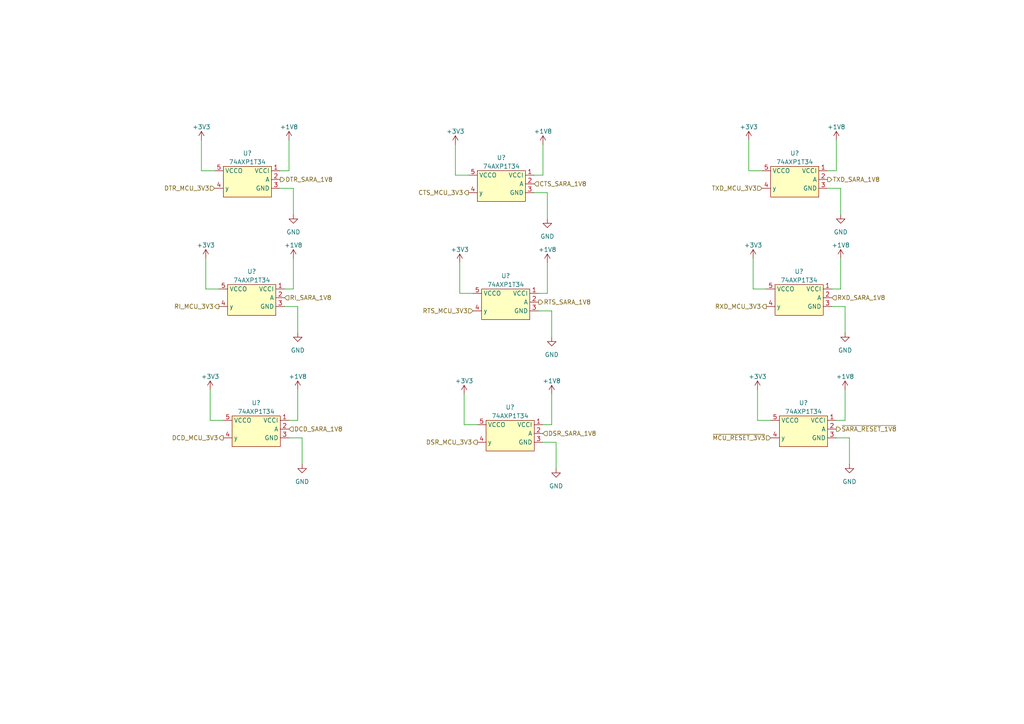
<source format=kicad_sch>
(kicad_sch (version 20210126) (generator eeschema)
  (paper "A4")
  (lib_symbols
    (symbol "Halfgelijders:74AXP1T34"
      (property "Reference" "U" (at 5.08 -5.08 0))
      (property "Value" "74AXP1T34" (at 7.62 -2.54 0))
      (symbol "74AXP1T34_0_1"
        (rectangle (start 0 1.27) (end 13.97 -7.62) (stroke (width 0.1524)) (fill (type background)))
      )
      (symbol "74AXP1T34_1_1"
        (pin input line (at -2.54 0 0) (length 2.54) (name "VCCI") (number "1"))
        (pin input line (at -2.54 -2.54 0) (length 2.54) (name "A") (number "2"))
        (pin input line (at -2.54 -5.08 0) (length 2.54) (name "GND") (number "3"))
        (pin input line (at 16.51 -5.08 180) (length 2.54) (name "y") (number "4"))
        (pin input line (at 16.51 0 180) (length 2.54) (name "VCCO") (number "5"))
      )
    )
    (symbol "power:+1V8" (power) (pin_names (offset 0))
      (property "Value" "+1V8" (at 0 3.556 0))
      (symbol "+1V8_0_1"
        (polyline (pts (xy -0.762 1.27) (xy 0 2.54)))
        (polyline (pts (xy 0 0) (xy 0 2.54)))
        (polyline (pts (xy 0 2.54) (xy 0.762 1.27)))
      )
      (symbol "+1V8_1_1"
        (pin power_in line (at 0 0 90) (length 0) hide (name "+1V8") (number "1"))
      )
    )
    (symbol "power:+3V3" (power) (pin_names (offset 0))
      (property "Value" "+3V3" (at 0 3.556 0))
      (symbol "+3V3_0_1"
        (polyline (pts (xy -0.762 1.27) (xy 0 2.54)))
        (polyline (pts (xy 0 0) (xy 0 2.54)))
        (polyline (pts (xy 0 2.54) (xy 0.762 1.27)))
      )
      (symbol "+3V3_1_1"
        (pin power_in line (at 0 0 90) (length 0) hide (name "+3V3") (number "1"))
      )
    )
    (symbol "power:GND" (power) (pin_names (offset 0))
      (property "Value" "GND" (at 0 -3.81 0))
      (symbol "GND_0_1"
        (polyline (pts (xy 0 0) (xy 0 -1.27) (xy 1.27 -1.27) (xy 0 -2.54) (xy -1.27 -1.27) (xy 0 -1.27)))
      )
      (symbol "GND_1_1"
        (pin power_in line (at 0 0 270) (length 0) hide (name "GND") (number "1"))
      )
    )
  )
  (wire (pts (xy 58.42 40.64) (xy 58.42 49.53)))
  (wire (pts (xy 59.69 74.93) (xy 59.69 83.82)))
  (wire (pts (xy 60.96 113.03) (xy 60.96 121.92)))
  (wire (pts (xy 62.23 49.53) (xy 58.42 49.53)))
  (wire (pts (xy 63.5 83.82) (xy 59.69 83.82)))
  (wire (pts (xy 64.77 121.92) (xy 60.96 121.92)))
  (wire (pts (xy 81.28 49.53) (xy 83.82 49.53)))
  (wire (pts (xy 82.55 83.82) (xy 85.09 83.82)))
  (wire (pts (xy 83.82 40.64) (xy 83.82 49.53)))
  (wire (pts (xy 83.82 121.92) (xy 86.36 121.92)))
  (wire (pts (xy 85.09 54.61) (xy 81.28 54.61)))
  (wire (pts (xy 85.09 54.61) (xy 85.09 62.23)))
  (wire (pts (xy 85.09 74.93) (xy 85.09 83.82)))
  (wire (pts (xy 86.36 88.9) (xy 82.55 88.9)))
  (wire (pts (xy 86.36 88.9) (xy 86.36 96.52)))
  (wire (pts (xy 86.36 113.03) (xy 86.36 121.92)))
  (wire (pts (xy 87.63 127) (xy 83.82 127)))
  (wire (pts (xy 87.63 127) (xy 87.63 134.62)))
  (wire (pts (xy 132.08 41.91) (xy 132.08 50.8)))
  (wire (pts (xy 133.35 76.2) (xy 133.35 85.09)))
  (wire (pts (xy 134.62 114.3) (xy 134.62 123.19)))
  (wire (pts (xy 135.89 50.8) (xy 132.08 50.8)))
  (wire (pts (xy 137.16 85.09) (xy 133.35 85.09)))
  (wire (pts (xy 138.43 123.19) (xy 134.62 123.19)))
  (wire (pts (xy 154.94 50.8) (xy 157.48 50.8)))
  (wire (pts (xy 156.21 85.09) (xy 158.75 85.09)))
  (wire (pts (xy 157.48 41.91) (xy 157.48 50.8)))
  (wire (pts (xy 157.48 123.19) (xy 160.02 123.19)))
  (wire (pts (xy 158.75 55.88) (xy 154.94 55.88)))
  (wire (pts (xy 158.75 55.88) (xy 158.75 63.5)))
  (wire (pts (xy 158.75 76.2) (xy 158.75 85.09)))
  (wire (pts (xy 160.02 90.17) (xy 156.21 90.17)))
  (wire (pts (xy 160.02 90.17) (xy 160.02 97.79)))
  (wire (pts (xy 160.02 114.3) (xy 160.02 123.19)))
  (wire (pts (xy 161.29 128.27) (xy 157.48 128.27)))
  (wire (pts (xy 161.29 128.27) (xy 161.29 135.89)))
  (wire (pts (xy 217.17 40.64) (xy 217.17 49.53)))
  (wire (pts (xy 218.44 74.93) (xy 218.44 83.82)))
  (wire (pts (xy 219.71 113.03) (xy 219.71 121.92)))
  (wire (pts (xy 220.98 49.53) (xy 217.17 49.53)))
  (wire (pts (xy 222.25 83.82) (xy 218.44 83.82)))
  (wire (pts (xy 223.52 121.92) (xy 219.71 121.92)))
  (wire (pts (xy 240.03 49.53) (xy 242.57 49.53)))
  (wire (pts (xy 241.3 83.82) (xy 243.84 83.82)))
  (wire (pts (xy 242.57 40.64) (xy 242.57 49.53)))
  (wire (pts (xy 242.57 121.92) (xy 245.11 121.92)))
  (wire (pts (xy 243.84 54.61) (xy 240.03 54.61)))
  (wire (pts (xy 243.84 54.61) (xy 243.84 62.23)))
  (wire (pts (xy 243.84 74.93) (xy 243.84 83.82)))
  (wire (pts (xy 245.11 88.9) (xy 241.3 88.9)))
  (wire (pts (xy 245.11 88.9) (xy 245.11 96.52)))
  (wire (pts (xy 245.11 113.03) (xy 245.11 121.92)))
  (wire (pts (xy 246.38 127) (xy 242.57 127)))
  (wire (pts (xy 246.38 127) (xy 246.38 134.62)))
  (hierarchical_label "DTR_MCU_3V3" (shape input) (at 62.23 54.61 180))
  (hierarchical_label "RI_MCU_3V3" (shape output) (at 63.5 88.9 180))
  (hierarchical_label "DCD_MCU_3V3" (shape output) (at 64.77 127 180))
  (hierarchical_label "DTR_SARA_1V8" (shape output) (at 81.28 52.07 0))
  (hierarchical_label "RI_SARA_1V8" (shape input) (at 82.55 86.36 0))
  (hierarchical_label "DCD_SARA_1V8" (shape input) (at 83.82 124.46 0))
  (hierarchical_label "CTS_MCU_3V3" (shape output) (at 135.89 55.88 180))
  (hierarchical_label "RTS_MCU_3V3" (shape input) (at 137.16 90.17 180))
  (hierarchical_label "DSR_MCU_3V3" (shape output) (at 138.43 128.27 180))
  (hierarchical_label "CTS_SARA_1V8" (shape input) (at 154.94 53.34 0))
  (hierarchical_label "RTS_SARA_1V8" (shape output) (at 156.21 87.63 0))
  (hierarchical_label "DSR_SARA_1V8" (shape input) (at 157.48 125.73 0))
  (hierarchical_label "TXD_MCU_3V3" (shape input) (at 220.98 54.61 180))
  (hierarchical_label "RXD_MCU_3V3" (shape output) (at 222.25 88.9 180))
  (hierarchical_label "~MCU_RESET_3V3" (shape input) (at 223.52 127 180))
  (hierarchical_label "TXD_SARA_1V8" (shape output) (at 240.03 52.07 0))
  (hierarchical_label "RXD_SARA_1V8" (shape input) (at 241.3 86.36 0))
  (hierarchical_label "~SARA_RESET_1V8" (shape output) (at 242.57 124.46 0))
  (symbol (lib_id "power:+3V3") (at 58.42 40.64 0) (unit 1)
    (property "Reference" "#PWR?" (effects hide))
    (property "Value" "+3V3" (at 58.42 36.83 0))
  )
  (symbol (lib_id "power:+3V3") (at 59.69 74.93 0) (unit 1)
    (property "Reference" "#PWR?" (effects hide))
    (property "Value" "+3V3" (at 59.69 71.12 0))
  )
  (symbol (lib_id "power:+3V3") (at 60.96 113.03 0) (unit 1)
    (property "Reference" "#PWR?" (effects hide))
    (property "Value" "+3V3" (at 60.96 109.22 0))
  )
  (symbol (lib_id "power:+1V8") (at 83.82 40.64 0) (unit 1)
    (property "Reference" "#PWR?" (effects hide))
    (property "Value" "+1V8" (at 83.82 36.83 0))
  )
  (symbol (lib_id "power:+1V8") (at 85.09 74.93 0) (unit 1)
    (property "Reference" "#PWR?" (effects hide))
    (property "Value" "+1V8" (at 85.09 71.12 0))
  )
  (symbol (lib_id "power:+1V8") (at 86.36 113.03 0) (unit 1)
    (property "Reference" "#PWR?" (effects hide))
    (property "Value" "+1V8" (at 86.36 109.22 0))
  )
  (symbol (lib_id "power:+3V3") (at 132.08 41.91 0) (unit 1)
    (property "Reference" "#PWR?" (effects hide))
    (property "Value" "+3V3" (at 132.08 38.1 0))
  )
  (symbol (lib_id "power:+3V3") (at 133.35 76.2 0) (unit 1)
    (property "Reference" "#PWR?" (effects hide))
    (property "Value" "+3V3" (at 133.35 72.39 0))
  )
  (symbol (lib_id "power:+3V3") (at 134.62 114.3 0) (unit 1)
    (property "Reference" "#PWR?" (effects hide))
    (property "Value" "+3V3" (at 134.62 110.49 0))
  )
  (symbol (lib_id "power:+1V8") (at 157.48 41.91 0) (unit 1)
    (property "Reference" "#PWR?" (effects hide))
    (property "Value" "+1V8" (at 157.48 38.1 0))
  )
  (symbol (lib_id "power:+1V8") (at 158.75 76.2 0) (unit 1)
    (property "Reference" "#PWR?" (effects hide))
    (property "Value" "+1V8" (at 158.75 72.39 0))
  )
  (symbol (lib_id "power:+1V8") (at 160.02 114.3 0) (unit 1)
    (property "Reference" "#PWR?" (effects hide))
    (property "Value" "+1V8" (at 160.02 110.49 0))
  )
  (symbol (lib_id "power:+3V3") (at 217.17 40.64 0) (unit 1)
    (property "Reference" "#PWR?" (effects hide))
    (property "Value" "+3V3" (at 217.17 36.83 0))
  )
  (symbol (lib_id "power:+3V3") (at 218.44 74.93 0) (unit 1)
    (property "Reference" "#PWR?" (effects hide))
    (property "Value" "+3V3" (at 218.44 71.12 0))
  )
  (symbol (lib_id "power:+3V3") (at 219.71 113.03 0) (unit 1)
    (property "Reference" "#PWR?" (effects hide))
    (property "Value" "+3V3" (at 219.71 109.22 0))
  )
  (symbol (lib_id "power:+1V8") (at 242.57 40.64 0) (unit 1)
    (property "Reference" "#PWR?" (effects hide))
    (property "Value" "+1V8" (at 242.57 36.83 0))
  )
  (symbol (lib_id "power:+1V8") (at 243.84 74.93 0) (unit 1)
    (property "Reference" "#PWR?" (effects hide))
    (property "Value" "+1V8" (at 243.84 71.12 0))
  )
  (symbol (lib_id "power:+1V8") (at 245.11 113.03 0) (unit 1)
    (property "Reference" "#PWR?" (effects hide))
    (property "Value" "+1V8" (at 245.11 109.22 0))
  )
  (symbol (lib_id "power:GND") (at 85.09 62.23 0) (unit 1)
    (property "Reference" "#PWR?" (effects hide))
    (property "Value" "GND" (at 85.09 67.31 0))
  )
  (symbol (lib_id "power:GND") (at 86.36 96.52 0) (unit 1)
    (property "Reference" "#PWR?" (effects hide))
    (property "Value" "GND" (at 86.36 101.6 0))
  )
  (symbol (lib_id "power:GND") (at 87.63 134.62 0) (unit 1)
    (property "Reference" "#PWR?" (effects hide))
    (property "Value" "GND" (at 87.63 139.7 0))
  )
  (symbol (lib_id "power:GND") (at 158.75 63.5 0) (unit 1)
    (property "Reference" "#PWR?" (effects hide))
    (property "Value" "GND" (at 158.75 68.58 0))
  )
  (symbol (lib_id "power:GND") (at 160.02 97.79 0) (unit 1)
    (property "Reference" "#PWR?" (effects hide))
    (property "Value" "GND" (at 160.02 102.87 0))
  )
  (symbol (lib_id "power:GND") (at 161.29 135.89 0) (unit 1)
    (property "Reference" "#PWR?" (effects hide))
    (property "Value" "GND" (at 161.29 140.97 0))
  )
  (symbol (lib_id "power:GND") (at 243.84 62.23 0) (unit 1)
    (property "Reference" "#PWR?" (effects hide))
    (property "Value" "GND" (at 243.84 67.31 0))
  )
  (symbol (lib_id "power:GND") (at 245.11 96.52 0) (unit 1)
    (property "Reference" "#PWR?" (effects hide))
    (property "Value" "GND" (at 245.11 101.6 0))
  )
  (symbol (lib_id "power:GND") (at 246.38 134.62 0) (unit 1)
    (property "Reference" "#PWR?" (effects hide))
    (property "Value" "GND" (at 246.38 139.7 0))
  )
  (symbol (lib_id "Halfgelijders:74AXP1T34") (at 78.74 49.53 0) (mirror y) (unit 1)
    (property "Reference" "U?" (at 71.755 44.45 0))
    (property "Value" "74AXP1T34" (at 71.755 46.99 0))
  )
  (symbol (lib_id "Halfgelijders:74AXP1T34") (at 80.01 83.82 0) (mirror y) (unit 1)
    (property "Reference" "U?" (at 73.025 78.74 0))
    (property "Value" "74AXP1T34" (at 73.025 81.28 0))
  )
  (symbol (lib_id "Halfgelijders:74AXP1T34") (at 81.28 121.92 0) (mirror y) (unit 1)
    (property "Reference" "U?" (at 74.295 116.84 0))
    (property "Value" "74AXP1T34" (at 74.295 119.38 0))
  )
  (symbol (lib_id "Halfgelijders:74AXP1T34") (at 152.4 50.8 0) (mirror y) (unit 1)
    (property "Reference" "U?" (at 145.415 45.72 0))
    (property "Value" "74AXP1T34" (at 145.415 48.26 0))
  )
  (symbol (lib_id "Halfgelijders:74AXP1T34") (at 153.67 85.09 0) (mirror y) (unit 1)
    (property "Reference" "U?" (at 146.685 80.01 0))
    (property "Value" "74AXP1T34" (at 146.685 82.55 0))
  )
  (symbol (lib_id "Halfgelijders:74AXP1T34") (at 154.94 123.19 0) (mirror y) (unit 1)
    (property "Reference" "U?" (at 147.955 118.11 0))
    (property "Value" "74AXP1T34" (at 147.955 120.65 0))
  )
  (symbol (lib_id "Halfgelijders:74AXP1T34") (at 237.49 49.53 0) (mirror y) (unit 1)
    (property "Reference" "U?" (at 230.505 44.45 0))
    (property "Value" "74AXP1T34" (at 230.505 46.99 0))
  )
  (symbol (lib_id "Halfgelijders:74AXP1T34") (at 238.76 83.82 0) (mirror y) (unit 1)
    (property "Reference" "U?" (at 231.775 78.74 0))
    (property "Value" "74AXP1T34" (at 231.775 81.28 0))
  )
  (symbol (lib_id "Halfgelijders:74AXP1T34") (at 240.03 121.92 0) (mirror y) (unit 1)
    (property "Reference" "U?" (at 233.045 116.84 0))
    (property "Value" "74AXP1T34" (at 233.045 119.38 0))
  )
)
</source>
